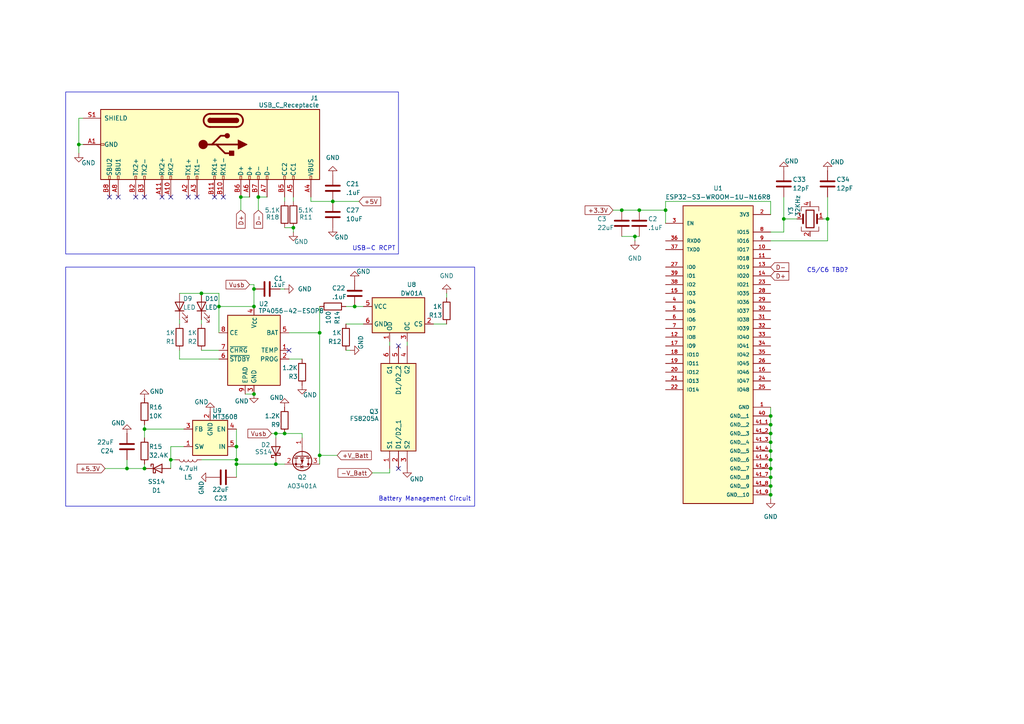
<source format=kicad_sch>
(kicad_sch (version 20250114) (generator "eeschema") (generator_version "9.0")
  (paper "A4")
  (rectangle (start 19.05 77.47) (end 137.668 146.812))
  (rectangle (start 302.26 -15.24) (end 381.254 96.012))
  (rectangle (start 382.27 11.43) (end 469.9 58.42))
  (rectangle (start 382.27 63.5) (end 462.28 93.98))
  (rectangle (start 19.05 26.67) (end 115.57 73.66))
  (text "Brain (Aurdunio)" (at 372.11 93.98 0) (effects (font (size 1.27 1.27))))
  (text "USB-C RCPT" (at 108.458 72.136 0) (effects (font (size 1.27 1.27))))
  (text "Battery Management Circuit" (at 123.19 144.78 0) (effects (font (size 1.27 1.27))))
  (text "C5/C6 TBD?\n" (at 240.03 78.486 0) (effects (font (size 1.27 1.27))))
  (text "Switching/LEDs/Final Voltage MGMT" (at 443.738 92.202 0) (effects (font (size 1.27 1.27))))
  (text "Connections" (at 462.788 57.15 0) (effects (font (size 1.27 1.27))))
  (junction (at 223.52 143.51))
  (junction (at 63.5 88.9))
  (junction (at 49.53 133.35))
  (junction (at 68.58 133.35))
  (junction (at 73.66 114.3))
  (junction (at 68.58 134.62))
  (junction (at 22.86 41.91))
  (junction (at 332.74 81.28))
  (junction (at 419.1 72.39))
  (junction (at 184.15 68.58))
  (junction (at 332.74 -10.16))
  (junction (at 223.52 133.35))
  (junction (at 223.52 130.81))
  (junction (at 223.52 120.65))
  (junction (at 436.88 82.55))
  (junction (at 80.01 134.62))
  (junction (at 359.41 68.58))
  (junction (at 96.52 58.42))
  (junction (at 223.52 140.97))
  (junction (at 223.52 123.19))
  (junction (at 73.66 88.9))
  (junction (at 69.85 57.15))
  (junction (at 240.03 63.5))
  (junction (at 82.55 125.73))
  (junction (at 327.66 91.44))
  (junction (at 223.52 128.27))
  (junction (at 180.34 60.96))
  (junction (at 223.52 135.89))
  (junction (at 325.12 83.82))
  (junction (at 73.66 83.82))
  (junction (at 223.52 138.43))
  (junction (at 227.33 63.5))
  (junction (at 74.93 57.15))
  (junction (at 92.71 132.08))
  (junction (at 80.01 125.73))
  (junction (at 41.91 135.89))
  (junction (at 92.71 96.52))
  (junction (at 36.83 135.89))
  (junction (at 426.72 72.39))
  (junction (at 102.87 88.9))
  (junction (at 58.42 85.09))
  (junction (at 193.04 60.96))
  (junction (at 332.74 82.55))
  (junction (at 85.09 66.04))
  (junction (at 330.2 83.82))
  (junction (at 448.31 72.39))
  (junction (at 412.75 72.39))
  (junction (at 68.58 129.54))
  (junction (at 412.75 69.85))
  (junction (at 359.41 57.15))
  (junction (at 185.42 60.96))
  (junction (at 223.52 125.73))
  (junction (at 41.91 124.46))
  (no_connect (at 54.61 57.15))
  (no_connect (at 41.91 57.15))
  (no_connect (at 57.15 57.15))
  (no_connect (at 62.23 57.15))
  (no_connect (at 83.82 101.6))
  (no_connect (at 317.5 0))
  (no_connect (at 317.5 63.5))
  (no_connect (at 394.97 49.53))
  (no_connect (at 317.5 5.08))
  (no_connect (at 31.75 57.15))
  (no_connect (at 115.57 100.33))
  (no_connect (at 317.5 58.42))
  (no_connect (at 64.77 57.15))
  (no_connect (at 317.5 20.32))
  (no_connect (at 39.37 57.15))
  (no_connect (at 317.5 60.96))
  (no_connect (at 46.99 57.15))
  (no_connect (at 49.53 57.15))
  (no_connect (at 317.5 17.78))
  (no_connect (at 115.57 135.89))
  (no_connect (at 317.5 48.26))
  (no_connect (at 347.98 58.42))
  (no_connect (at 317.5 50.8))
  (no_connect (at 317.5 7.62))
  (no_connect (at 34.29 57.15))
  (no_connect (at 396.24 30.48))
  (no_connect (at 317.5 2.54))
  (wire (pts (xy 63.5 88.9) (xy 73.66 88.9)))
  (wire (pts (xy 350.52 57.15) (xy 359.41 57.15)))
  (wire (pts (xy 332.74 82.55) (xy 347.98 82.55)))
  (wire (pts (xy 68.58 133.35) (xy 68.58 129.54)))
  (wire (pts (xy 49.53 129.54) (xy 49.53 133.35)))
  (wire (pts (xy 41.91 127) (xy 41.91 124.46)))
  (wire (pts (xy 240.03 63.5) (xy 240.03 69.85)))
  (wire (pts (xy 80.01 134.62) (xy 82.55 134.62)))
  (wire (pts (xy 332.74 82.55) (xy 332.74 83.82)))
  (wire (pts (xy 85.09 66.04) (xy 85.09 67.31)))
  (wire (pts (xy 223.52 69.85) (xy 240.03 69.85)))
  (wire (pts (xy 74.93 57.15) (xy 77.47 57.15)))
  (wire (pts (xy 85.09 57.15) (xy 85.09 58.42)))
  (wire (pts (xy 444.5 72.39) (xy 448.31 72.39)))
  (wire (pts (xy 97.79 132.08) (xy 92.71 132.08)))
  (wire (pts (xy 96.52 58.42) (xy 104.14 58.42)))
  (wire (pts (xy 53.34 124.46) (xy 41.91 124.46)))
  (wire (pts (xy 426.72 74.93) (xy 426.72 72.39)))
  (wire (pts (xy 227.33 57.15) (xy 227.33 63.5)))
  (wire (pts (xy 412.75 69.85) (xy 416.56 69.85)))
  (wire (pts (xy 448.31 72.39) (xy 450.85 72.39)))
  (wire (pts (xy 68.58 134.62) (xy 80.01 134.62)))
  (wire (pts (xy 240.03 63.5) (xy 238.76 63.5)))
  (wire (pts (xy 72.39 82.55) (xy 73.66 82.55)))
  (wire (pts (xy 396.24 69.85) (xy 401.32 69.85)))
  (wire (pts (xy 350.52 63.5) (xy 350.52 57.15)))
  (wire (pts (xy 184.15 68.58) (xy 185.42 68.58)))
  (wire (pts (xy 180.34 60.96) (xy 185.42 60.96)))
  (wire (pts (xy 223.52 128.27) (xy 223.52 130.81)))
  (wire (pts (xy 22.86 41.91) (xy 22.86 44.45)))
  (wire (pts (xy 36.83 135.89) (xy 30.48 135.89)))
  (wire (pts (xy 82.55 57.15) (xy 82.55 58.42)))
  (wire (pts (xy 41.91 135.89) (xy 41.91 134.62)))
  (wire (pts (xy 52.07 85.09) (xy 58.42 85.09)))
  (wire (pts (xy 63.5 88.9) (xy 63.5 85.09)))
  (wire (pts (xy 347.98 68.58) (xy 359.41 68.58)))
  (wire (pts (xy 83.82 96.52) (xy 92.71 96.52)))
  (wire (pts (xy 83.82 104.14) (xy 87.63 104.14)))
  (wire (pts (xy 68.58 134.62) (xy 68.58 133.35)))
  (wire (pts (xy 125.73 93.98) (xy 129.54 93.98)))
  (wire (pts (xy 332.74 81.28) (xy 332.74 82.55)))
  (wire (pts (xy 69.85 57.15) (xy 69.85 60.96)))
  (wire (pts (xy 325.12 83.82) (xy 330.2 83.82)))
  (wire (pts (xy 80.01 127) (xy 80.01 125.73)))
  (wire (pts (xy 436.88 80.01) (xy 436.88 82.55)))
  (wire (pts (xy 49.53 133.35) (xy 49.53 135.89)))
  (wire (pts (xy 359.41 54.61) (xy 359.41 57.15)))
  (wire (pts (xy 359.41 68.58) (xy 364.49 68.58)))
  (wire (pts (xy 71.12 114.3) (xy 73.66 114.3)))
  (wire (pts (xy 193.04 60.96) (xy 193.04 64.77)))
  (wire (pts (xy 330.2 81.28) (xy 332.74 81.28)))
  (wire (pts (xy 359.41 59.69) (xy 359.41 57.15)))
  (wire (pts (xy 68.58 133.35) (xy 58.42 133.35)))
  (wire (pts (xy 419.1 72.39) (xy 419.1 73.66)))
  (wire (pts (xy 107.95 137.16) (xy 113.03 137.16)))
  (wire (pts (xy 41.91 124.46) (xy 41.91 123.19)))
  (wire (pts (xy 330.2 83.82) (xy 332.74 83.82)))
  (wire (pts (xy 419.1 72.39) (xy 426.72 72.39)))
  (wire (pts (xy 58.42 93.98) (xy 58.42 92.71)))
  (wire (pts (xy 412.75 69.85) (xy 412.75 72.39)))
  (wire (pts (xy 92.71 88.9) (xy 92.71 96.52)))
  (wire (pts (xy 374.65 54.61) (xy 372.11 54.61)))
  (wire (pts (xy 396.24 74.93) (xy 401.32 74.93)))
  (wire (pts (xy 52.07 93.98) (xy 52.07 92.71)))
  (wire (pts (xy 50.8 133.35) (xy 49.53 133.35)))
  (wire (pts (xy 113.03 99.06) (xy 113.03 100.33)))
  (wire (pts (xy 24.13 34.29) (xy 22.86 34.29)))
  (wire (pts (xy 223.52 120.65) (xy 223.52 123.19)))
  (wire (pts (xy 347.98 63.5) (xy 350.52 63.5)))
  (wire (pts (xy 223.52 58.42) (xy 193.04 58.42)))
  (wire (pts (xy 53.34 129.54) (xy 49.53 129.54)))
  (wire (pts (xy 240.03 57.15) (xy 240.03 63.5)))
  (wire (pts (xy 177.8 60.96) (xy 180.34 60.96)))
  (wire (pts (xy 347.98 73.66) (xy 347.98 74.93)))
  (wire (pts (xy 118.11 99.06) (xy 118.11 100.33)))
  (wire (pts (xy 80.01 125.73) (xy 78.74 125.73)))
  (wire (pts (xy 90.17 58.42) (xy 96.52 58.42)))
  (wire (pts (xy 347.98 40.64) (xy 351.79 40.64)))
  (wire (pts (xy 80.01 125.73) (xy 82.55 125.73)))
  (wire (pts (xy 180.34 68.58) (xy 184.15 68.58)))
  (wire (pts (xy 90.17 57.15) (xy 90.17 58.42)))
  (wire (pts (xy 63.5 104.14) (xy 52.07 104.14)))
  (wire (pts (xy 412.75 72.39) (xy 419.1 72.39)))
  (wire (pts (xy 22.86 41.91) (xy 24.13 41.91)))
  (wire (pts (xy 82.55 66.04) (xy 85.09 66.04)))
  (wire (pts (xy 332.74 81.28) (xy 335.28 81.28)))
  (wire (pts (xy 223.52 140.97) (xy 223.52 143.51)))
  (wire (pts (xy 100.33 88.9) (xy 102.87 88.9)))
  (wire (pts (xy 68.58 124.46) (xy 68.58 129.54)))
  (wire (pts (xy 74.93 57.15) (xy 74.93 60.96)))
  (wire (pts (xy 184.15 68.58) (xy 184.15 69.85)))
  (wire (pts (xy 100.33 101.6) (xy 101.6 101.6)))
  (wire (pts (xy 227.33 63.5) (xy 231.14 63.5)))
  (wire (pts (xy 325.12 91.44) (xy 327.66 91.44)))
  (wire (pts (xy 227.33 67.31) (xy 227.33 63.5)))
  (wire (pts (xy 332.74 -11.43) (xy 332.74 -10.16)))
  (wire (pts (xy 359.41 67.31) (xy 359.41 68.58)))
  (wire (pts (xy 436.88 82.55) (xy 448.31 82.55)))
  (wire (pts (xy 73.66 82.55) (xy 73.66 83.82)))
  (wire (pts (xy 73.66 83.82) (xy 73.66 88.9)))
  (wire (pts (xy 92.71 96.52) (xy 92.71 132.08)))
  (wire (pts (xy 426.72 72.39) (xy 429.26 72.39)))
  (wire (pts (xy 359.41 54.61) (xy 364.49 54.61)))
  (wire (pts (xy 408.94 74.93) (xy 412.75 74.93)))
  (wire (pts (xy 113.03 137.16) (xy 113.03 135.89)))
  (wire (pts (xy 58.42 85.09) (xy 63.5 85.09)))
  (wire (pts (xy 223.52 130.81) (xy 223.52 133.35)))
  (wire (pts (xy 41.91 135.89) (xy 36.83 135.89)))
  (wire (pts (xy 223.52 62.23) (xy 223.52 58.42)))
  (wire (pts (xy 223.52 125.73) (xy 223.52 128.27)))
  (wire (pts (xy 185.42 60.96) (xy 193.04 60.96)))
  (wire (pts (xy 448.31 74.93) (xy 448.31 72.39)))
  (wire (pts (xy 223.52 143.51) (xy 223.52 144.78)))
  (wire (pts (xy 81.28 83.82) (xy 82.55 83.82)))
  (wire (pts (xy 129.54 85.09) (xy 129.54 86.36)))
  (wire (pts (xy 22.86 34.29) (xy 22.86 41.91)))
  (wire (pts (xy 223.52 118.11) (xy 223.52 120.65)))
  (wire (pts (xy 304.8 55.88) (xy 317.5 55.88)))
  (wire (pts (xy 87.63 127) (xy 87.63 125.73)))
  (wire (pts (xy 82.55 125.73) (xy 87.63 125.73)))
  (wire (pts (xy 412.75 72.39) (xy 412.75 74.93)))
  (wire (pts (xy 63.5 88.9) (xy 63.5 96.52)))
  (wire (pts (xy 223.52 133.35) (xy 223.52 135.89)))
  (wire (pts (xy 223.52 67.31) (xy 227.33 67.31)))
  (wire (pts (xy 102.87 88.9) (xy 105.41 88.9)))
  (wire (pts (xy 327.66 91.44) (xy 330.2 91.44)))
  (wire (pts (xy 52.07 104.14) (xy 52.07 101.6)))
  (wire (pts (xy 36.83 133.35) (xy 36.83 135.89)))
  (wire (pts (xy 332.74 -10.16) (xy 335.28 -10.16)))
  (wire (pts (xy 223.52 123.19) (xy 223.52 125.73)))
  (wire (pts (xy 321.31 83.82) (xy 325.12 83.82)))
  (wire (pts (xy 193.04 58.42) (xy 193.04 60.96)))
  (wire (pts (xy 92.71 132.08) (xy 92.71 134.62)))
  (wire (pts (xy 223.52 138.43) (xy 223.52 140.97)))
  (wire (pts (xy 408.94 69.85) (xy 412.75 69.85)))
  (wire (pts (xy 58.42 101.6) (xy 63.5 101.6)))
  (wire (pts (xy 105.41 93.98) (xy 100.33 93.98)))
  (wire (pts (xy 426.72 82.55) (xy 436.88 82.55)))
  (wire (pts (xy 374.65 68.58) (xy 372.11 68.58)))
  (wire (pts (xy 68.58 138.43) (xy 68.58 134.62)))
  (wire (pts (xy 223.52 135.89) (xy 223.52 138.43)))
  (wire (pts (xy 69.85 57.15) (xy 72.39 57.15)))
  (global_label "LowSwitch" (shape input) (at 396.24 69.85 180) (property "Intersheetrefs" "${INTERSHEET_REFS}" (effects (hide yes))))
  (global_label "D+" (shape input) (at 69.85 60.96 270) (property "Intersheetrefs" "${INTERSHEET_REFS}" (effects (hide yes))))
  (global_label "D+" (shape input) (at 347.98 48.26 0) (property "Intersheetrefs" "${INTERSHEET_REFS}" (effects (hide yes))))
  (global_label "+5V" (shape input) (at 439.42 24.13 180) (property "Intersheetrefs" "${INTERSHEET_REFS}" (effects (hide yes))))
  (global_label "+V_Batt" (shape input) (at 97.79 132.08 0) (property "Intersheetrefs" "${INTERSHEET_REFS}" (effects (hide yes))))
  (global_label "MOSI" (shape input) (at 317.5 68.58 180) (property "Intersheetrefs" "${INTERSHEET_REFS}" (effects (hide yes))))
  (global_label "D-" (shape input) (at 223.52 77.47 0) (property "Intersheetrefs" "${INTERSHEET_REFS}" (effects (hide yes))))
  (global_label "-V_Batt" (shape input) (at 107.95 137.16 180) (property "Intersheetrefs" "${INTERSHEET_REFS}" (effects (hide yes))))
  (global_label "HighSwitch" (shape input) (at 396.24 74.93 180) (property "Intersheetrefs" "${INTERSHEET_REFS}" (effects (hide yes))))
  (global_label "IRQ" (shape input) (at 317.5 43.18 180) (property "Intersheetrefs" "${INTERSHEET_REFS}" (effects (hide yes))))
  (global_label "+3.3V" (shape input) (at 177.8 60.96 180) (property "Intersheetrefs" "${INTERSHEET_REFS}" (effects (hide yes))))
  (global_label "GPIO3" (shape input) (at 394.97 46.99 180) (property "Intersheetrefs" "${INTERSHEET_REFS}" (effects (hide yes))))
  (global_label "LowSwitch" (shape input) (at 317.5 12.7 180) (property "Intersheetrefs" "${INTERSHEET_REFS}" (effects (hide yes))))
  (global_label "+5V" (shape input) (at 439.42 33.02 180) (property "Intersheetrefs" "${INTERSHEET_REFS}" (effects (hide yes))))
  (global_label "GPIO1" (shape input) (at 394.97 44.45 180) (property "Intersheetrefs" "${INTERSHEET_REFS}" (effects (hide yes))))
  (global_label "LowSwitch" (shape input) (at 416.56 27.94 0) (property "Intersheetrefs" "${INTERSHEET_REFS}" (effects (hide yes))))
  (global_label "GPIO4" (shape input) (at 317.5 33.02 180) (property "Intersheetrefs" "${INTERSHEET_REFS}" (effects (hide yes))))
  (global_label "D-" (shape input) (at 74.93 60.96 270) (property "Intersheetrefs" "${INTERSHEET_REFS}" (effects (hide yes))))
  (global_label "GPIO1" (shape input) (at 317.5 40.64 180) (property "Intersheetrefs" "${INTERSHEET_REFS}" (effects (hide yes))))
  (global_label "+5V" (shape input) (at 347.98 53.34 0) (property "Intersheetrefs" "${INTERSHEET_REFS}" (effects (hide yes))))
  (global_label "GPIO5" (shape input) (at 439.42 50.8 180) (property "Intersheetrefs" "${INTERSHEET_REFS}" (effects (hide yes))))
  (global_label "GPIO2" (shape input) (at 317.5 38.1 180) (property "Intersheetrefs" "${INTERSHEET_REFS}" (effects (hide yes))))
  (global_label "HighSwitch" (shape input) (at 396.24 27.94 180) (property "Intersheetrefs" "${INTERSHEET_REFS}" (effects (hide yes))))
  (global_label "SCK" (shape input) (at 317.5 71.12 180) (property "Intersheetrefs" "${INTERSHEET_REFS}" (effects (hide yes))))
  (global_label "GPIO6" (shape input) (at 439.42 41.91 180) (property "Intersheetrefs" "${INTERSHEET_REFS}" (effects (hide yes))))
  (global_label "GPIO3" (shape input) (at 317.5 35.56 180) (property "Intersheetrefs" "${INTERSHEET_REFS}" (effects (hide yes))))
  (global_label "+5V" (shape input) (at 416.56 69.85 0) (property "Intersheetrefs" "${INTERSHEET_REFS}" (effects (hide yes))))
  (global_label "+V_Batt" (shape input) (at 439.42 15.24 180) (property "Intersheetrefs" "${INTERSHEET_REFS}" (effects (hide yes))))
  (global_label "Vusb" (shape input) (at 72.39 82.55 180) (property "Intersheetrefs" "${INTERSHEET_REFS}" (effects (hide yes))))
  (global_label "+5.3V" (shape input) (at 30.48 135.89 180) (property "Intersheetrefs" "${INTERSHEET_REFS}" (effects (hide yes))))
  (global_label "-V_Batt" (shape input) (at 439.42 17.78 180) (property "Intersheetrefs" "${INTERSHEET_REFS}" (effects (hide yes))))
  (global_label "+5V" (shape input) (at 104.14 58.42 0) (property "Intersheetrefs" "${INTERSHEET_REFS}" (effects (hide yes))))
  (global_label "HighSwitch" (shape input) (at 317.5 10.16 180) (property "Intersheetrefs" "${INTERSHEET_REFS}" (effects (hide yes))))
  (global_label "+3.3V" (shape input) (at 450.85 72.39 0) (property "Intersheetrefs" "${INTERSHEET_REFS}" (effects (hide yes))))
  (global_label "MISO" (shape input) (at 317.5 66.04 180) (property "Intersheetrefs" "${INTERSHEET_REFS}" (effects (hide yes))))
  (global_label "GPIO4" (shape input) (at 415.29 46.99 0) (property "Intersheetrefs" "${INTERSHEET_REFS}" (effects (hide yes))))
  (global_label "CSN" (shape input) (at 317.5 73.66 180) (property "Intersheetrefs" "${INTERSHEET_REFS}" (effects (hide yes))))
  (global_label "GPIO5" (shape input) (at 317.5 30.48 180) (property "Intersheetrefs" "${INTERSHEET_REFS}" (effects (hide yes))))
  (global_label "+5V" (shape input) (at 321.31 83.82 180) (property "Intersheetrefs" "${INTERSHEET_REFS}" (effects (hide yes))))
  (global_label "D-" (shape input) (at 347.98 45.72 0) (property "Intersheetrefs" "${INTERSHEET_REFS}" (effects (hide yes))))
  (global_label "GPIO6" (shape input) (at 317.5 27.94 180) (property "Intersheetrefs" "${INTERSHEET_REFS}" (effects (hide yes))))
  (global_label "+5.3V" (shape input) (at 416.56 30.48 0) (property "Intersheetrefs" "${INTERSHEET_REFS}" (effects (hide yes))))
  (global_label "D+" (shape input) (at 223.52 80.01 0) (property "Intersheetrefs" "${INTERSHEET_REFS}" (effects (hide yes))))
  (global_label "CE" (shape input) (at 317.5 25.4 180) (property "Intersheetrefs" "${INTERSHEET_REFS}" (effects (hide yes))))
  (global_label "Vusb" (shape input) (at 78.74 125.73 180) (property "Intersheetrefs" "${INTERSHEET_REFS}" (effects (hide yes))))
  (global_label "GPIO2" (shape input) (at 415.29 44.45 0) (property "Intersheetrefs" "${INTERSHEET_REFS}" (effects (hide yes))))
  (symbol (lib_id "power:GND") (at 101.6 101.6 90) (unit 1)
    (property "Reference" "#PWR034" (effects (hide yes)))
    (property "Value" "GND" (at 104.648 99.314 0))
    (property "Description" "Power symbol creates a global label with name \"GND\" , ground" (effects (hide yes)))
  )
  (symbol (lib_id "Device:LED") (at 52.07 88.9 90) (unit 1)
    (property "Reference" "D9" (at 53.086 86.614 90) (effects (justify right)))
    (property "Value" "LED" (at 53.086 89.154 90) (effects (justify right)))
    (property "Footprint" "LED_SMD:LED_0805_2012Metric" (effects (hide yes)))
    (property "Description" "Light emitting diode" (effects (hide yes)))
    (property "Sim.Pins" "1=K 2=A" (effects (hide yes)))
  )
  (symbol (lib_id "35317-0620:35317-0620") (at 394.97 44.45 0) (unit 1)
    (property "Reference" "J-Joystick1" (at 405.13 38.1 0))
    (property "Value" "35317-0620" (at 405.13 40.64 0))
    (property "Footprint" "MiniFitJR3x2:RHDR6W107P420_2X3_1380X960X1310P" (effects (hide yes)))
    (property "Datasheet" "https://altium.componentsearchengine.com/Datasheets/1/35317-0620.pdf" (effects (hide yes)))
    (property "Description" "Headers & Wire Housings NEW MINI FIT HEADER ASSY 353170620" (effects (hide yes)))
    (property "Height" "13.1" (effects (hide yes)))
    (property "Manufacturer_Name" "Molex" (effects (hide yes)))
    (property "Manufacturer_Part_Number" "35317-0620" (effects (hide yes)))
    (property "Mouser Part Number" "538-35317-0620" (effects (hide yes)))
    (property "Mouser Price/Stock" "https://www.mouser.com/Search/Refine.aspx?Keyword=538-35317-0620" (effects (hide yes)))
  )
  (symbol (lib_id "Device:C") (at 448.31 78.74 0) (unit 1)
    (property "Reference" "C26" (at 443.738 74.676 0) (effects (justify left)))
    (property "Value" "10uF" (at 443.23 76.708 0) (effects (justify left)))
    (property "Footprint" "Capacitor_SMD:C_0201_0603Metric" (effects (hide yes)))
    (property "Description" "Unpolarized capacitor" (effects (hide yes)))
  )
  (symbol (lib_id "power:GND") (at 82.55 83.82 90) (unit 1)
    (property "Reference" "#PWR032" (effects (hide yes)))
    (property "Value" "GND" (at 86.36 83.8199 90) (effects (justify right)))
    (property "Description" "Power symbol creates a global label with name \"GND\" , ground" (effects (hide yes)))
  )
  (symbol (lib_id "Transistor_FET:AO3401A") (at 87.63 132.08 270) (unit 1)
    (property "Reference" "Q2" (at 87.63 138.43 90))
    (property "Value" "AO3401A" (at 87.63 140.97 90))
    (property "Footprint" "Package_TO_SOT_SMD:SOT-23" (effects (hide yes)))
    (property "Datasheet" "http://www.aosmd.com/pdfs/datasheet/AO3401A.pdf" (effects (hide yes)))
    (property "Description" "-4.0A Id, -30V Vds, P-Channel MOSFET, SOT-23" (effects (hide yes)))
  )
  (symbol (lib_id "Battery_Management:TP4056-42-ESOP8") (at 73.66 101.6 0) (unit 1)
    (property "Reference" "U2" (at 75.0727 88.138 0) (effects (justify left)))
    (property "Value" "TP4056-42-ESOP8" (at 74.93 90.17 0) (effects (justify left)))
    (property "Footprint" "Package_SO:SOIC-8-1EP_3.9x4.9mm_P1.27mm_EP2.41x3.3mm_ThermalVias" (effects (hide yes)))
    (property "Datasheet" "https://www.lcsc.com/datasheet/lcsc_datasheet_2410121619_TOPPOWER-Nanjing-Extension-Microelectronics-TP4056-42-ESOP8_C16581.pdf" (effects (hide yes)))
    (property "Description" "1A Standalone Linear Li-ion/LiPo single-cell battery charger, 4.2V ±1% charge voltage, VCC = 4.0..8.0V, SOIC-8 (SOP-8)" (effects (hide yes)))
  )
  (symbol (lib_id "power:GND") (at 240.03 49.53 180) (unit 1)
    (property "Reference" "#PWR036" (effects (hide yes)))
    (property "Value" "GND" (at 242.824 46.99 0))
    (property "Description" "Power symbol creates a global label with name \"GND\" , ground" (effects (hide yes)))
  )
  (symbol (lib_id "power:GND") (at 96.52 66.04 0) (unit 1)
    (property "Reference" "#PWR018" (effects (hide yes)))
    (property "Value" "GND" (at 99.06 68.834 0))
    (property "Description" "Power symbol creates a global label with name \"GND\" , ground" (effects (hide yes)))
  )
  (symbol (lib_id "Device:C") (at 240.03 53.34 0) (unit 1)
    (property "Reference" "C34" (at 242.57 52.07 0) (effects (justify left)))
    (property "Value" "12pF" (at 242.57 54.61 0) (effects (justify left)))
    (property "Footprint" "Capacitor_SMD:C_0201_0603Metric" (effects (hide yes)))
    (property "Description" "Unpolarized capacitor" (effects (hide yes)))
  )
  (symbol (lib_id "power:GND") (at 184.15 69.85 0) (unit 1)
    (property "Reference" "#PWR029" (effects (hide yes)))
    (property "Value" "GND" (at 184.15 74.93 0))
    (property "Description" "Power symbol creates a global label with name \"GND\" , ground" (effects (hide yes)))
  )
  (symbol (lib_id "Device:C") (at 227.33 53.34 0) (unit 1)
    (property "Reference" "C33" (at 229.87 52.07 0) (effects (justify left)))
    (property "Value" "12pF" (at 229.87 54.61 0) (effects (justify left)))
    (property "Footprint" "Capacitor_SMD:C_0201_0603Metric" (effects (hide yes)))
    (property "Description" "Unpolarized capacitor" (effects (hide yes)))
  )
  (symbol (lib_id "Device:LED") (at 304.8 67.31 90) (unit 1)
    (property "Reference" "D12" (at 305.816 65.024 90) (effects (justify right)))
    (property "Value" "LED" (at 305.816 67.564 90) (effects (justify right)))
    (property "Footprint" "LED_SMD:LED_0805_2012Metric" (effects (hide yes)))
    (property "Description" "Light emitting diode" (effects (hide yes)))
    (property "Sim.Pins" "1=K 2=A" (effects (hide yes)))
  )
  (symbol (lib_id "Device:R") (at 129.54 90.17 180) (unit 1)
    (property "Reference" "R13" (at 128.27 91.44 0) (effects (justify left)))
    (property "Value" "1K" (at 128.27 88.9 0) (effects (justify left)))
    (property "Footprint" "Capacitor_SMD:C_0805_2012Metric" (effects (hide yes)))
    (property "Description" "Resistor" (effects (hide yes)))
  )
  (symbol (lib_id "power:GND") (at 82.55 118.11 180) (unit 1)
    (property "Reference" "#PWR042" (effects (hide yes)))
    (property "Value" "GND" (at 80.264 115.316 0))
    (property "Description" "Power symbol creates a global label with name \"GND\" , ground" (effects (hide yes)))
  )
  (symbol (lib_id "power:GND") (at 332.74 -11.43 180) (unit 1)
    (property "Reference" "#PWR043" (effects (hide yes)))
    (property "Value" "GND" (at 329.184 -12.7 0))
    (property "Description" "Power symbol creates a global label with name \"GND\" , ground" (effects (hide yes)))
  )
  (symbol (lib_id "power:GND") (at 439.42 44.45 270) (unit 1)
    (property "Reference" "#PWR058" (effects (hide yes)))
    (property "Value" "GND" (at 434.848 44.45 90))
    (property "Description" "Power symbol creates a global label with name \"GND\" , ground" (effects (hide yes)))
  )
  (symbol (lib_id "Device:R") (at 419.1 77.47 180) (unit 1)
    (property "Reference" "R10" (at 417.83 78.74 0) (effects (justify left)))
    (property "Value" "220" (at 417.83 76.2 0) (effects (justify left)))
    (property "Footprint" "Capacitor_SMD:C_0805_2012Metric" (effects (hide yes)))
    (property "Description" "Resistor" (effects (hide yes)))
  )
  (symbol (lib_id "Device:C") (at 330.2 87.63 0) (unit 1)
    (property "Reference" "C28" (at 330.708 90.17 0) (effects (justify left)))
    (property "Value" "10uF" (at 330.708 92.202 0) (effects (justify left)))
    (property "Footprint" "Capacitor_SMD:C_0201_0603Metric" (effects (hide yes)))
    (property "Description" "Unpolarized capacitor" (effects (hide yes)))
  )
  (symbol (lib_id "Device:C") (at 96.52 54.61 0) (unit 1)
    (property "Reference" "C21" (at 100.33 53.3399 0) (effects (justify left)))
    (property "Value" ".1uF" (at 100.33 55.8799 0) (effects (justify left)))
    (property "Footprint" "Capacitor_SMD:C_0201_0603Metric" (effects (hide yes)))
    (property "Description" "Unpolarized capacitor" (effects (hide yes)))
  )
  (symbol (lib_id "power:GND") (at 60.96 138.43 270) (unit 1)
    (property "Reference" "#PWR039" (effects (hide yes)))
    (property "Value" "GND" (at 58.42 141.478 0))
    (property "Description" "Power symbol creates a global label with name \"GND\" , ground" (effects (hide yes)))
  )
  (symbol (lib_id "power:GND") (at 354.33 63.5 270) (unit 1)
    (property "Reference" "#PWR019" (effects (hide yes)))
    (property "Value" "GND" (at 352.806 65.786 90))
    (property "Description" "Power symbol creates a global label with name \"GND\" , ground" (effects (hide yes)))
  )
  (symbol (lib_id "35317-0221:35317-0221") (at 439.42 41.91 0) (unit 1)
    (property "Reference" "J-Spare1" (at 455.93 41.9099 0) (effects (justify left)))
    (property "Value" "35317-0221" (at 455.93 44.4499 0) (effects (justify left)))
    (property "Footprint" "MiniFitJR2x1:353170221" (effects (hide yes)))
    (property "Datasheet" "https://www.molex.com/pdm_docs/sd/353170221_sd.pdf" (effects (hide yes)))
    (property "Description" "Headers & Wire Housings MiniFit 4.2mm Hdr DR Vrt 2Ckt Blk" (effects (hide yes)))
    (property "Height" "1" (effects (hide yes)))
    (property "Manufacturer_Name" "Molex" (effects (hide yes)))
    (property "Manufacturer_Part_Number" "35317-0221" (effects (hide yes)))
    (property "Mouser Part Number" "538-35317-0221" (effects (hide yes)))
    (property "Mouser Price/Stock" "https://www.mouser.co.uk/ProductDetail/Molex/35317-0221?qs=K5bGVUuM57r4kqb6JJrbMg%3D%3D" (effects (hide yes)))
  )
  (symbol (lib_id "power:GND") (at 102.87 81.28 180) (unit 1)
    (property "Reference" "#PWR037" (effects (hide yes)))
    (property "Value" "GND" (at 105.41 78.74 0))
    (property "Description" "Power symbol creates a global label with name \"GND\" , ground" (effects (hide yes)))
  )
  (symbol (lib_id "Device:R") (at 58.42 97.79 180) (unit 1)
    (property "Reference" "R2" (at 57.15 99.06 0) (effects (justify left)))
    (property "Value" "1K" (at 57.15 96.52 0) (effects (justify left)))
    (property "Footprint" "Capacitor_SMD:C_0805_2012Metric" (effects (hide yes)))
    (property "Description" "Resistor" (effects (hide yes)))
  )
  (symbol (lib_id "35317-0420:35317-0420") (at 396.24 27.94 0) (unit 1)
    (property "Reference" "J-PowerSwitch1" (at 406.4 21.336 0))
    (property "Value" "35317-0420" (at 406.4 23.876 0))
    (property "Footprint" "MiniFitJR2x2:SHDR4W107P420_2X2_960X960X1280P" (effects (hide yes)))
    (property "Datasheet" "https://www.molex.com/pdm_docs/sd/353170820_sd.pdf" (effects (hide yes)))
    (property "Description" "MOLEX - 35317-0420. - NEW MINI FIT HEADER ASSY 57R9733" (effects (hide yes)))
    (property "Height" "12.8" (effects (hide yes)))
    (property "Manufacturer_Name" "Molex" (effects (hide yes)))
    (property "Manufacturer_Part_Number" "35317-0420" (effects (hide yes)))
    (property "Mouser Part Number" "538-35317-0420" (effects (hide yes)))
    (property "Mouser Price/Stock" "https://www.mouser.co.uk/ProductDetail/Molex/35317-0420?qs=yk4OKw9K9iIv6JozxGexew%3D%3D" (effects (hide yes)))
  )
  (symbol (lib_id "power:GND") (at 129.54 85.09 180) (unit 1)
    (property "Reference" "#PWR033" (effects (hide yes)))
    (property "Value" "GND" (at 129.54 80.01 0))
    (property "Description" "Power symbol creates a global label with name \"GND\" , ground" (effects (hide yes)))
  )
  (symbol (lib_id "ESP32-S3-WROOM-1U-N16R8:ESP32-S3-WROOM-1U-N16R8") (at 208.28 90.17 0) (unit 1)
    (property "Reference" "U1" (at 208.28 54.61 0))
    (property "Value" "ESP32-S3-WROOM-1U-N16R8" (at 208.28 57.15 0))
    (property "Footprint" "ESP32-S3-WROOM-1U-N16R8:XCVR_ESP32-S3-WROOM-1U-N16R8" (effects (hide yes)))
    (property "PARTREV" "v1.1" (effects (hide yes)))
    (property "STANDARD" "Manufacturer Recommendations" (effects (hide yes)))
    (property "MAXIMUM_PACKAGE_HEIGHT" "3.35mm" (effects (hide yes)))
    (property "MANUFACTURER" "Espressif Systems" (effects (hide yes)))
  )
  (symbol (lib_id "power:GND") (at 227.33 49.53 180) (unit 1)
    (property "Reference" "#PWR030" (effects (hide yes)))
    (property "Value" "GND" (at 229.616 46.736 0))
    (property "Description" "Power symbol creates a global label with name \"GND\" , ground" (effects (hide yes)))
  )
  (symbol (lib_id "Device:C") (at 368.3 54.61 90) (unit 1)
    (property "Reference" "C30" (at 372.872 51.054 90) (effects (justify left)))
    (property "Value" "22pF" (at 374.396 52.832 90) (effects (justify left)))
    (property "Footprint" "Capacitor_SMD:C_0201_0603Metric" (effects (hide yes)))
    (property "Description" "Unpolarized capacitor" (effects (hide yes)))
  )
  (symbol (lib_id "power:GND") (at 223.52 144.78 0) (unit 1)
    (property "Reference" "#PWR01" (effects (hide yes)))
    (property "Value" "GND" (at 223.52 149.86 0))
    (property "Description" "Power symbol creates a global label with name \"GND\" , ground" (effects (hide yes)))
  )
  (symbol (lib_id "power:GND") (at 374.65 68.58 90) (unit 1)
    (property "Reference" "#PWR045" (effects (hide yes)))
    (property "Value" "GND" (at 376.428 67.056 90) (effects (justify right)))
    (property "Description" "Power symbol creates a global label with name \"GND\" , ground" (effects (hide yes)))
  )
  (symbol (lib_id "power:GND") (at 96.52 50.8 180) (unit 1)
    (property "Reference" "#PWR07" (effects (hide yes)))
    (property "Value" "GND" (at 96.52 45.72 0))
    (property "Description" "Power symbol creates a global label with name \"GND\" , ground" (effects (hide yes)))
  )
  (symbol (lib_id "Diode:SS14") (at 405.13 74.93 180) (unit 1)
    (property "Reference" "D4" (at 405.638 77.216 0))
    (property "Value" "SS14" (at 405.638 79.248 0))
    (property "Footprint" "Diode_SMD:D_SMA" (effects (hide yes)))
    (property "Datasheet" "https://www.vishay.com/docs/88746/ss12.pdf" (effects (hide yes)))
    (property "Description" "40V 1A Schottky Diode, SMA" (effects (hide yes)))
  )
  (symbol (lib_id "Device:R") (at 96.52 88.9 270) (unit 1)
    (property "Reference" "R14" (at 97.79 90.17 0) (effects (justify left)))
    (property "Value" "100" (at 95.25 90.17 0) (effects (justify left)))
    (property "Footprint" "Capacitor_SMD:C_0805_2012Metric" (effects (hide yes)))
    (property "Description" "Resistor" (effects (hide yes)))
  )
  (symbol (lib_id "power:GND") (at 327.66 91.44 0) (unit 1)
    (property "Reference" "#PWR044" (effects (hide yes)))
    (property "Value" "GND" (at 330.2 94.488 0))
    (property "Description" "Power symbol creates a global label with name \"GND\" , ground" (effects (hide yes)))
  )
  (symbol (lib_id "power:GND") (at 85.09 67.31 0) (unit 1)
    (property "Reference" "#PWR06" (effects (hide yes)))
    (property "Value" "GND" (at 89.408 70.104 0) (effects (justify right)))
    (property "Description" "Power symbol creates a global label with name \"GND\" , ground" (effects (hide yes)))
  )
  (symbol (lib_id "power:GND") (at 87.63 111.76 0) (unit 1)
    (property "Reference" "#PWR035" (effects (hide yes)))
    (property "Value" "GND" (at 89.916 114.554 0))
    (property "Description" "Power symbol creates a global label with name \"GND\" , ground" (effects (hide yes)))
  )
  (symbol (lib_id "35317-0221:35317-0221") (at 439.42 50.8 0) (unit 1)
    (property "Reference" "J-Trigger1" (at 455.93 50.7999 0) (effects (justify left)))
    (property "Value" "35317-0221" (at 455.93 53.3399 0) (effects (justify left)))
    (property "Footprint" "MiniFitJR2x1:353170221" (effects (hide yes)))
    (property "Datasheet" "https://www.molex.com/pdm_docs/sd/353170221_sd.pdf" (effects (hide yes)))
    (property "Description" "Headers & Wire Housings MiniFit 4.2mm Hdr DR Vrt 2Ckt Blk" (effects (hide yes)))
    (property "Height" "1" (effects (hide yes)))
    (property "Manufacturer_Name" "Molex" (effects (hide yes)))
    (property "Manufacturer_Part_Number" "35317-0221" (effects (hide yes)))
    (property "Mouser Part Number" "538-35317-0221" (effects (hide yes)))
    (property "Mouser Price/Stock" "https://www.mouser.co.uk/ProductDetail/Molex/35317-0221?qs=K5bGVUuM57r4kqb6JJrbMg%3D%3D" (effects (hide yes)))
  )
  (symbol (lib_id "Battery_Management:DW01A") (at 115.57 91.44 0) (unit 1)
    (property "Reference" "U8" (at 119.38 82.55 0))
    (property "Value" "DW01A" (at 119.38 85.09 0))
    (property "Footprint" "Package_TO_SOT_SMD:SOT-23-6" (effects (hide yes)))
    (property "Datasheet" "https://hmsemi.com/downfile/DW01A.PDF" (effects (hide yes)))
    (property "Description" "Overcharge, overcurrent and overdischarge protection IC for single cell lithium-ion/polymer battery" (effects (hide yes)))
  )
  (symbol (lib_id "Device:C") (at 325.12 87.63 0) (unit 1)
    (property "Reference" "C29" (at 320.802 89.916 0) (effects (justify left)))
    (property "Value" ".1uF" (at 320.294 92.202 0) (effects (justify left)))
    (property "Footprint" "Capacitor_SMD:C_0201_0603Metric" (effects (hide yes)))
    (property "Description" "Unpolarized capacitor" (effects (hide yes)))
  )
  (symbol (lib_id "Device:R") (at 82.55 121.92 180) (unit 1)
    (property "Reference" "R9" (at 81.28 123.19 0) (effects (justify left)))
    (property "Value" "1.2K" (at 81.28 120.65 0) (effects (justify left)))
    (property "Footprint" "Capacitor_SMD:C_0805_2012Metric" (effects (hide yes)))
    (property "Description" "Resistor" (effects (hide yes)))
  )
  (symbol (lib_id "Connector:USB_C_Receptacle") (at 64.77 41.91 270) (unit 1)
    (property "Reference" "J1" (at 91.186 28.448 90))
    (property "Value" "USB_C_Receptacle" (at 83.82 30.48 90))
    (property "Footprint" "Connector_USB:USB_C_Receptacle_HRO_TYPE-C-31-M-12" (effects (hide yes)))
    (property "Datasheet" "https://www.usb.org/sites/default/files/documents/usb_type-c.zip" (effects (hide yes)))
    (property "Description" "USB Full-Featured Type-C Receptacle connector" (effects (hide yes)))
  )
  (symbol (lib_id "MCU_Microchip_ATmega:ATmega32U4-A") (at 332.74 35.56 180) (unit 1)
    (property "Reference" "U3" (at 338.328 -11.938 0) (effects (justify right)))
    (property "Value" "ATmega32U4-A" (at 338.328 -9.398 0) (effects (justify right)))
    (property "Footprint" "Package_QFP:TQFP-44_10x10mm_P0.8mm" (effects (hide yes)))
    (property "Datasheet" "http://ww1.microchip.com/downloads/en/DeviceDoc/Atmel-7766-8-bit-AVR-ATmega16U4-32U4_Datasheet.pdf" (effects (hide yes)))
    (property "Description" "16MHz, 32kB Flash, 2.5kB SRAM, 1kB EEPROM, USB 2.0, TQFP-44" (effects (hide yes)))
  )
  (symbol (lib_id "power:GND") (at 436.88 82.55 0) (unit 1)
    (property "Reference" "#PWR011" (effects (hide yes)))
    (property "Value" "GND" (at 436.88 87.63 0))
    (property "Description" "Power symbol creates a global label with name \"GND\" , ground" (effects (hide yes)))
  )
  (symbol (lib_id "Device:C") (at 64.77 138.43 270) (unit 1)
    (property "Reference" "C23" (at 64.008 144.526 90))
    (property "Value" "22uF" (at 64.008 141.986 90))
    (property "Footprint" "Capacitor_SMD:C_0201_0603Metric" (effects (hide yes)))
    (property "Description" "Unpolarized capacitor" (effects (hide yes)))
  )
  (symbol (lib_id "power:GND") (at 439.42 26.67 270) (unit 1)
    (property "Reference" "#PWR056" (effects (hide yes)))
    (property "Value" "GND" (at 434.848 26.67 90))
    (property "Description" "Power symbol creates a global label with name \"GND\" , ground" (effects (hide yes)))
  )
  (symbol (lib_id "Diode:SS14") (at 80.01 130.81 90) (unit 1)
    (property "Reference" "D2" (at 75.692 129.032 90) (effects (justify right)))
    (property "Value" "SS14" (at 73.914 131.064 90) (effects (justify right)))
    (property "Footprint" "Diode_SMD:D_SMA" (effects (hide yes)))
    (property "Datasheet" "https://www.vishay.com/docs/88746/ss12.pdf" (effects (hide yes)))
    (property "Description" "40V 1A Schottky Diode, SMA" (effects (hide yes)))
  )
  (symbol (lib_id "35317-0221:35317-0221") (at 439.42 24.13 0) (unit 1)
    (property "Reference" "J-LED1" (at 455.93 24.1299 0) (effects (justify left)))
    (property "Value" "35317-0221" (at 455.93 26.6699 0) (effects (justify left)))
    (property "Footprint" "MiniFitJR2x1:353170221" (effects (hide yes)))
    (property "Datasheet" "https://www.molex.com/pdm_docs/sd/353170221_sd.pdf" (effects (hide yes)))
    (property "Description" "Headers & Wire Housings MiniFit 4.2mm Hdr DR Vrt 2Ckt Blk" (effects (hide yes)))
    (property "Height" "1" (effects (hide yes)))
    (property "Manufacturer_Name" "Molex" (effects (hide yes)))
    (property "Manufacturer_Part_Number" "35317-0221" (effects (hide yes)))
    (property "Mouser Part Number" "538-35317-0221" (effects (hide yes)))
    (property "Mouser Price/Stock" "https://www.mouser.co.uk/ProductDetail/Molex/35317-0221?qs=K5bGVUuM57r4kqb6JJrbMg%3D%3D" (effects (hide yes)))
  )
  (symbol (lib_id "Device:R") (at 347.98 78.74 0) (unit 1)
    (property "Reference" "R17" (at 349.25 77.47 0) (effects (justify left)))
    (property "Value" "10K" (at 349.25 80.01 0) (effects (justify left)))
    (property "Footprint" "Capacitor_SMD:C_0805_2012Metric" (effects (hide yes)))
    (property "Description" "Resistor" (effects (hide yes)))
  )
  (symbol (lib_id "Device:LED") (at 58.42 88.9 90) (unit 1)
    (property "Reference" "D10" (at 59.436 86.614 90) (effects (justify right)))
    (property "Value" "LED" (at 59.436 89.154 90) (effects (justify right)))
    (property "Footprint" "LED_SMD:LED_0805_2012Metric" (effects (hide yes)))
    (property "Description" "Light emitting diode" (effects (hide yes)))
    (property "Sim.Pins" "1=K 2=A" (effects (hide yes)))
  )
  (symbol (lib_id "Diode:SS14") (at 45.72 135.89 0) (unit 1)
    (property "Reference" "D1" (at 45.4025 142.24 0))
    (property "Value" "SS14" (at 45.4025 139.7 0))
    (property "Footprint" "Diode_SMD:D_SMA" (effects (hide yes)))
    (property "Datasheet" "https://www.vishay.com/docs/88746/ss12.pdf" (effects (hide yes)))
    (property "Description" "40V 1A Schottky Diode, SMA" (effects (hide yes)))
  )
  (symbol (lib_id "Device:C") (at 102.87 85.09 0) (unit 1)
    (property "Reference" "C22" (at 96.266 83.566 0) (effects (justify left)))
    (property "Value" ".1uF" (at 96.266 86.106 0) (effects (justify left)))
    (property "Footprint" "Capacitor_SMD:C_0201_0603Metric" (effects (hide yes)))
    (property "Description" "Unpolarized capacitor" (effects (hide yes)))
  )
  (symbol (lib_id "Device:R") (at 85.09 62.23 180) (unit 1)
    (property "Reference" "R11" (at 90.678 62.992 0) (effects (justify left)))
    (property "Value" "5.1K" (at 90.932 60.96 0) (effects (justify left)))
    (property "Footprint" "Capacitor_SMD:C_0805_2012Metric" (effects (hide yes)))
    (property "Description" "Resistor" (effects (hide yes)))
  )
  (symbol (lib_id "power:GND") (at 60.96 119.38 180) (unit 1)
    (property "Reference" "#PWR038" (effects (hide yes)))
    (property "Value" "GND" (at 58.42 116.586 0))
    (property "Description" "Power symbol creates a global label with name \"GND\" , ground" (effects (hide yes)))
  )
  (symbol (lib_id "Diode:SS14") (at 405.13 69.85 180) (unit 1)
    (property "Reference" "D3" (at 405.892 65.278 0))
    (property "Value" "SS14" (at 405.892 67.31 0))
    (property "Footprint" "Diode_SMD:D_SMA" (effects (hide yes)))
    (property "Datasheet" "https://www.vishay.com/docs/88746/ss12.pdf" (effects (hide yes)))
    (property "Description" "40V 1A Schottky Diode, SMA" (effects (hide yes)))
  )
  (symbol (lib_id "Device:C") (at 180.34 64.77 0) (unit 1)
    (property "Reference" "C3" (at 173.228 63.5 0) (effects (justify left)))
    (property "Value" "22uF" (at 173.228 66.04 0) (effects (justify left)))
    (property "Footprint" "Capacitor_SMD:C_0201_0603Metric" (effects (hide yes)))
    (property "Description" "Unpolarized capacitor" (effects (hide yes)))
  )
  (symbol (lib_id "power:GND") (at 439.42 53.34 270) (unit 1)
    (property "Reference" "#PWR059" (effects (hide yes)))
    (property "Value" "GND" (at 434.848 53.34 90))
    (property "Description" "Power symbol creates a global label with name \"GND\" , ground" (effects (hide yes)))
  )
  (symbol (lib_id "Device:C") (at 96.52 62.23 0) (unit 1)
    (property "Reference" "C27" (at 100.33 60.9599 0) (effects (justify left)))
    (property "Value" "10uF" (at 100.33 63.4999 0) (effects (justify left)))
    (property "Footprint" "Capacitor_SMD:C_0201_0603Metric" (effects (hide yes)))
    (property "Description" "Unpolarized capacitor" (effects (hide yes)))
  )
  (symbol (lib_id "Device:R") (at 41.91 119.38 0) (unit 1)
    (property "Reference" "R16" (at 43.18 118.11 0) (effects (justify left)))
    (property "Value" "10K" (at 43.18 120.65 0) (effects (justify left)))
    (property "Footprint" "Capacitor_SMD:C_0805_2012Metric" (effects (hide yes)))
    (property "Description" "Resistor" (effects (hide yes)))
  )
  (symbol (lib_id "Device:C") (at 355.6 40.64 90) (unit 1)
    (property "Reference" "C32" (at 351.536 40.386 0) (effects (justify left)))
    (property "Value" ".1uF" (at 353.568 40.386 0) (effects (justify left)))
    (property "Footprint" "Capacitor_SMD:C_0201_0603Metric" (effects (hide yes)))
    (property "Description" "Unpolarized capacitor" (effects (hide yes)))
  )
  (symbol (lib_id "Regulator_Switching:MT3608") (at 60.96 127 180) (unit 1)
    (property "Reference" "U9" (at 62.992 119.126 0))
    (property "Value" "MT3608" (at 65.278 120.904 0))
    (property "Footprint" "Package_TO_SOT_SMD:SOT-23-6" (effects (hide yes)))
    (property "Datasheet" "https://www.olimex.com/Products/Breadboarding/BB-PWR-3608/resources/MT3608.pdf" (effects (hide yes)))
    (property "Description" "High Efficiency 1.2MHz 2A Step Up Converter, 2-24V Vin, 28V Vout, 4A current limit, 1.2MHz, SOT23-6" (effects (hide yes)))
  )
  (symbol (lib_id "power:GND") (at 439.42 35.56 270) (unit 1)
    (property "Reference" "#PWR057" (effects (hide yes)))
    (property "Value" "GND" (at 434.848 35.56 90))
    (property "Description" "Power symbol creates a global label with name \"GND\" , ground" (effects (hide yes)))
  )
  (symbol (lib_id "power:GND") (at 419.1 88.9 0) (unit 1)
    (property "Reference" "#PWR09" (effects (hide yes)))
    (property "Value" "GND" (at 416.306 91.44 0))
    (property "Description" "Power symbol creates a global label with name \"GND\" , ground" (effects (hide yes)))
  )
  (symbol (lib_id "Device:Crystal_GND24") (at 359.41 63.5 90) (unit 1)
    (property "Reference" "Y2" (at 361.696 57.912 90))
    (property "Value" "16MHz" (at 363.22 59.944 90))
    (property "Footprint" "Crystal:Crystal_SMD_3225-4Pin_3.2x2.5mm" (effects (hide yes)))
    (property "Description" "Four pin crystal, GND on pins 2 and 4" (effects (hide yes)))
  )
  (symbol (lib_id "Device:L") (at 54.61 133.35 270) (unit 1)
    (property "Reference" "L5" (at 54.61 138.43 90))
    (property "Value" "4.7uH" (at 54.61 135.89 90))
    (property "Footprint" "Inductor_SMD:L_1206_3216Metric" (effects (hide yes)))
    (property "Description" "Inductor" (effects (hide yes)))
  )
  (symbol (lib_id "Device:C") (at 185.42 64.77 0) (unit 1)
    (property "Reference" "C2" (at 187.96 63.5 0) (effects (justify left)))
    (property "Value" ".1uF" (at 187.96 66.04 0) (effects (justify left)))
    (property "Footprint" "Capacitor_SMD:C_0201_0603Metric" (effects (hide yes)))
    (property "Description" "Unpolarized capacitor" (effects (hide yes)))
  )
  (symbol (lib_id "power:GND") (at 41.91 115.57 180) (unit 1)
    (property "Reference" "#PWR040" (effects (hide yes)))
    (property "Value" "GND" (at 45.466 113.538 0))
    (property "Description" "Power symbol creates a global label with name \"GND\" , ground" (effects (hide yes)))
  )
  (symbol (lib_id "power:GND") (at 118.11 135.89 0) (unit 1)
    (property "Reference" "#PWR049" (effects (hide yes)))
    (property "Value" "GND" (at 122.936 138.938 0) (effects (justify right)))
    (property "Description" "Power symbol creates a global label with name \"GND\" , ground" (effects (hide yes)))
  )
  (symbol (lib_id "Device:R") (at 100.33 97.79 180) (unit 1)
    (property "Reference" "R12" (at 99.06 99.06 0) (effects (justify left)))
    (property "Value" "1K" (at 99.06 96.52 0) (effects (justify left)))
    (property "Footprint" "Capacitor_SMD:C_0805_2012Metric" (effects (hide yes)))
    (property "Description" "Resistor" (effects (hide yes)))
  )
  (symbol (lib_id "Device:C") (at 426.72 78.74 0) (unit 1)
    (property "Reference" "C25" (at 422.148 74.676 0) (effects (justify left)))
    (property "Value" "10uF" (at 421.64 76.708 0) (effects (justify left)))
    (property "Footprint" "Capacitor_SMD:C_0201_0603Metric" (effects (hide yes)))
    (property "Description" "Unpolarized capacitor" (effects (hide yes)))
  )
  (symbol (lib_id "power:GND") (at 374.65 54.61 90) (unit 1)
    (property "Reference" "#PWR046" (effects (hide yes)))
    (property "Value" "GND" (at 376.428 53.086 90) (effects (justify right)))
    (property "Description" "Power symbol creates a global label with name \"GND\" , ground" (effects (hide yes)))
  )
  (symbol (lib_id "power:GND") (at 359.41 40.64 90) (unit 1)
    (property "Reference" "#PWR047" (effects (hide yes)))
    (property "Value" "GND" (at 361.188 39.116 90) (effects (justify right)))
    (property "Description" "Power symbol creates a global label with name \"GND\" , ground" (effects (hide yes)))
  )
  (symbol (lib_id "Device:R") (at 87.63 107.95 180) (unit 1)
    (property "Reference" "R3" (at 86.36 109.22 0) (effects (justify left)))
    (property "Value" "1.2K" (at 86.36 106.68 0) (effects (justify left)))
    (property "Footprint" "Capacitor_SMD:C_0805_2012Metric" (effects (hide yes)))
    (property "Description" "Resistor" (effects (hide yes)))
  )
  (symbol (lib_id "Device:R") (at 82.55 62.23 180) (unit 1)
    (property "Reference" "R18" (at 81.026 62.992 0) (effects (justify left)))
    (property "Value" "5.1K" (at 81.28 60.96 0) (effects (justify left)))
    (property "Footprint" "Capacitor_SMD:C_0805_2012Metric" (effects (hide yes)))
    (property "Description" "Resistor" (effects (hide yes)))
  )
  (symbol (lib_id "Device:C") (at 368.3 68.58 90) (unit 1)
    (property "Reference" "C31" (at 373.634 69.85 90) (effects (justify left)))
    (property "Value" "22pF" (at 374.65 71.628 90) (effects (justify left)))
    (property "Footprint" "Capacitor_SMD:C_0201_0603Metric" (effects (hide yes)))
    (property "Description" "Unpolarized capacitor" (effects (hide yes)))
  )
  (symbol (lib_id "power:GND") (at 36.83 125.73 180) (unit 1)
    (property "Reference" "#PWR041" (effects (hide yes)))
    (property "Value" "GND" (at 34.29 122.682 0))
    (property "Description" "Power symbol creates a global label with name \"GND\" , ground" (effects (hide yes)))
  )
  (symbol (lib_id "Device:R") (at 52.07 97.79 180) (unit 1)
    (property "Reference" "R1" (at 50.8 99.06 0) (effects (justify left)))
    (property "Value" "1K" (at 50.8 96.52 0) (effects (justify left)))
    (property "Footprint" "Capacitor_SMD:C_0805_2012Metric" (effects (hide yes)))
    (property "Description" "Resistor" (effects (hide yes)))
  )
  (symbol (lib_id "35317-0221:35317-0221") (at 439.42 15.24 0) (unit 1)
    (property "Reference" "J-18650" (at 455.93 15.2399 0) (effects (justify left)))
    (property "Value" "35317-0221" (at 455.93 17.7799 0) (effects (justify left)))
    (property "Footprint" "MiniFitJR2x1:353170221" (effects (hide yes)))
    (property "Datasheet" "https://www.molex.com/pdm_docs/sd/353170221_sd.pdf" (effects (hide yes)))
    (property "Description" "Headers & Wire Housings MiniFit 4.2mm Hdr DR Vrt 2Ckt Blk" (effects (hide yes)))
    (property "Height" "1" (effects (hide yes)))
    (property "Manufacturer_Name" "Molex" (effects (hide yes)))
    (property "Manufacturer_Part_Number" "35317-0221" (effects (hide yes)))
    (property "Mouser Part Number" "538-35317-0221" (effects (hide yes)))
    (property "Mouser Price/Stock" "https://www.mouser.co.uk/ProductDetail/Molex/35317-0221?qs=K5bGVUuM57r4kqb6JJrbMg%3D%3D" (effects (hide yes)))
  )
  (symbol (lib_id "power:GND") (at 415.29 49.53 90) (unit 1)
    (property "Reference" "#PWR051" (effects (hide yes)))
    (property "Value" "GND" (at 419.862 49.53 90))
    (property "Description" "Power symbol creates a global label with name \"GND\" , ground" (effects (hide yes)))
  )
  (symbol (lib_id "Device:C") (at 77.47 83.82 90) (unit 1)
    (property "Reference" "C1" (at 80.772 80.772 90))
    (property "Value" ".1uF" (at 80.772 82.55 90))
    (property "Footprint" "Capacitor_SMD:C_0201_0603Metric" (effects (hide yes)))
    (property "Description" "Unpolarized capacitor" (effects (hide yes)))
  )
  (symbol (lib_id "Device:R") (at 304.8 59.69 0) (unit 1)
    (property "Reference" "R19" (at 306.07 58.42 0) (effects (justify left)))
    (property "Value" "330" (at 306.07 60.96 0) (effects (justify left)))
    (property "Footprint" "Capacitor_SMD:C_0805_2012Metric" (effects (hide yes)))
    (property "Description" "Resistor" (effects (hide yes)))
  )
  (symbol (lib_id "35317-0221:35317-0221") (at 439.42 33.02 0) (unit 1)
    (property "Reference" "J-BattLED1" (at 455.93 33.0199 0) (effects (justify left)))
    (property "Value" "35317-0221" (at 455.93 35.5599 0) (effects (justify left)))
    (property "Footprint" "MiniFitJR2x1:353170221" (effects (hide yes)))
    (property "Datasheet" "https://www.molex.com/pdm_docs/sd/353170221_sd.pdf" (effects (hide yes)))
    (property "Description" "Headers & Wire Housings MiniFit 4.2mm Hdr DR Vrt 2Ckt Blk" (effects (hide yes)))
    (property "Height" "1" (effects (hide yes)))
    (property "Manufacturer_Name" "Molex" (effects (hide yes)))
    (property "Manufacturer_Part_Number" "35317-0221" (effects (hide yes)))
    (property "Mouser Part Number" "538-35317-0221" (effects (hide yes)))
    (property "Mouser Price/Stock" "https://www.mouser.co.uk/ProductDetail/Molex/35317-0221?qs=K5bGVUuM57r4kqb6JJrbMg%3D%3D" (effects (hide yes)))
  )
  (symbol (lib_name "FS8205A_1") (lib_id "FS8205A:FS8205A") (at 113.03 135.89 90) (unit 1)
    (property "Reference" "Q3" (at 108.458 119.38 90))
    (property "Value" "FS8205A" (at 105.664 121.412 90))
    (property "Footprint" "Package_TO_SOT_SMD:SOT-23-6" (effects (hide yes)))
    (property "Datasheet" "http://www.techpublic.com.tw/pdf/FS8205A.pdf" (effects (hide yes)))
    (property "Description" "Dual N-Channel Enhancement Power Mosfet" (effects (hide yes)))
    (property "Height" "1.25" (effects (hide yes)))
    (property "Manufacturer_Name" "TECH PUBLIC" (effects (hide yes)))
    (property "Manufacturer_Part_Number" "FS8205A" (effects (hide yes)))
  )
  (symbol (lib_id "power:GND") (at 22.86 44.45 0) (unit 1)
    (property "Reference" "#PWR02" (effects (hide yes)))
    (property "Value" "GND" (at 25.654 47.244 0))
    (property "Description" "Power symbol creates a global label with name \"GND\" , ground" (effects (hide yes)))
  )
  (symbol (lib_id "power:GND") (at 73.66 114.3 0) (unit 1)
    (property "Reference" "#PWR031" (effects (hide yes)))
    (property "Value" "GND" (at 70.104 116.332 0))
    (property "Description" "Power symbol creates a global label with name \"GND\" , ground" (effects (hide yes)))
  )
  (symbol (lib_id "Device:R") (at 41.91 130.81 0) (unit 1)
    (property "Reference" "R15" (at 43.18 129.54 0) (effects (justify left)))
    (property "Value" "32.4K" (at 43.18 132.08 0) (effects (justify left)))
    (property "Footprint" "Capacitor_SMD:C_0805_2012Metric" (effects (hide yes)))
    (property "Description" "Resistor" (effects (hide yes)))
  )
  (symbol (lib_id "Device:C") (at 36.83 129.54 0) (unit 1)
    (property "Reference" "C24" (at 33.02 130.8101 0) (effects (justify right)))
    (property "Value" "22uF" (at 33.02 128.2701 0) (effects (justify right)))
    (property "Footprint" "Capacitor_SMD:C_0201_0603Metric" (effects (hide yes)))
    (property "Description" "Unpolarized capacitor" (effects (hide yes)))
  )
  (symbol (lib_id "Regulator_Linear:AMS1117") (at 436.88 72.39 0) (unit 1)
    (property "Reference" "U6" (at 436.88 66.04 0))
    (property "Value" "AMS1117" (at 436.88 68.58 0))
    (property "Footprint" "Package_TO_SOT_SMD:SOT-223-3_TabPin2" (effects (hide yes)))
    (property "Datasheet" "http://www.advanced-monolithic.com/pdf/ds1117.pdf" (effects (hide yes)))
    (property "Description" "1A Low Dropout regulator, positive, adjustable output, SOT-223" (effects (hide yes)))
  )
  (symbol (lib_id "Device:LED") (at 419.1 85.09 90) (unit 1)
    (property "Reference" "D11" (at 420.116 82.804 90) (effects (justify right)))
    (property "Value" "LED" (at 420.116 85.344 90) (effects (justify right)))
    (property "Footprint" "LED_SMD:LED_0805_2012Metric" (effects (hide yes)))
    (property "Description" "Light emitting diode" (effects (hide yes)))
    (property "Sim.Pins" "1=K 2=A" (effects (hide yes)))
  )
  (symbol (lib_id "power:GND") (at 304.8 71.12 0) (unit 1)
    (property "Reference" "#PWR048" (effects (hide yes)))
    (property "Value" "GND" (at 306.324 72.898 90) (effects (justify right)))
    (property "Description" "Power symbol creates a global label with name \"GND\" , ground" (effects (hide yes)))
  )
  (symbol (lib_id "Device:Crystal_GND24") (at 234.95 63.5 180) (unit 1)
    (property "Reference" "Y3" (at 229.362 61.214 90))
    (property "Value" "32KHz" (at 231.394 59.69 90))
    (property "Footprint" "Crystal:Crystal_SMD_3225-4Pin_3.2x2.5mm" (effects (hide yes)))
    (property "Description" "Four pin crystal, GND on pins 2 and 4" (effects (hide yes)))
  )
  (symbol (lib_id "power:GND") (at 364.49 63.5 90) (unit 1)
    (property "Reference" "#PWR028" (effects (hide yes)))
    (property "Value" "GND" (at 368.554 62.484 90))
    (property "Description" "Power symbol creates a global label with name \"GND\" , ground" (effects (hide yes)))
  )
)
</source>
